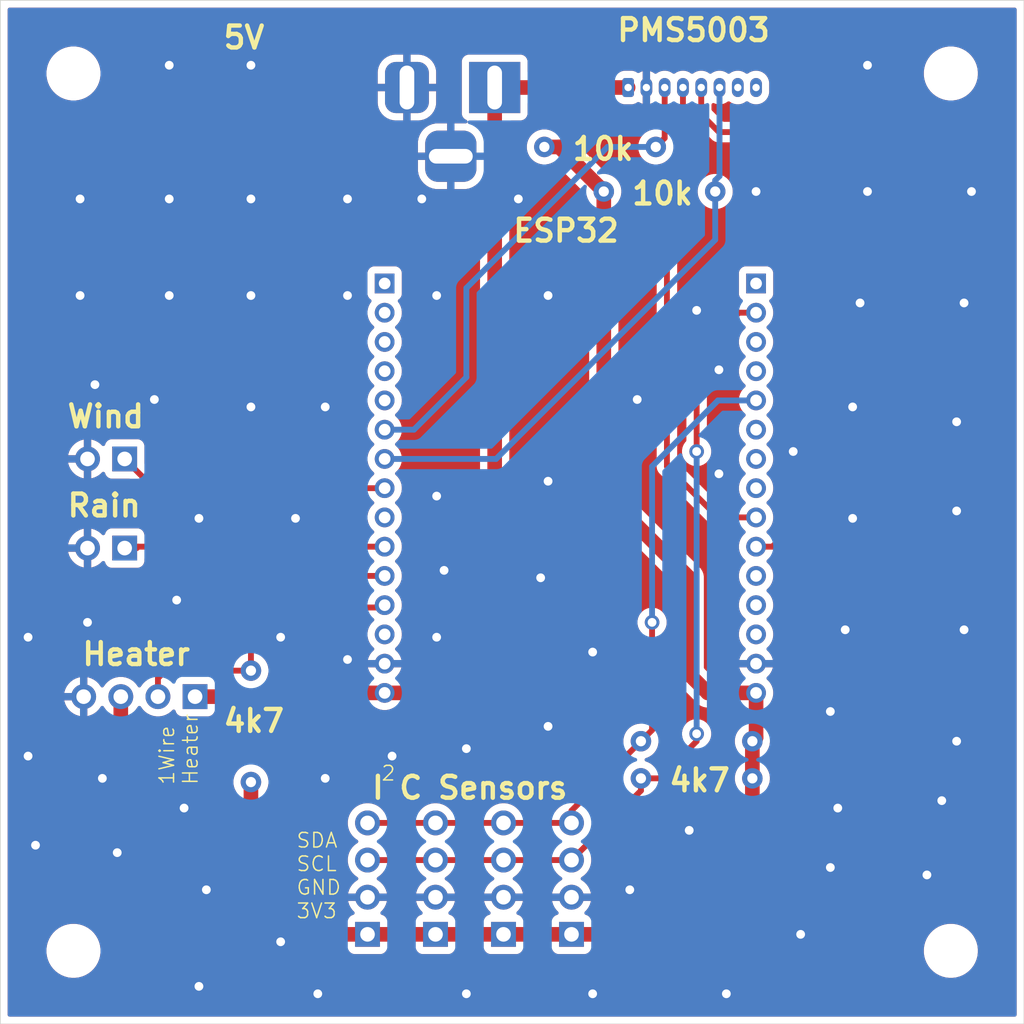
<source format=kicad_pcb>
(kicad_pcb (version 20241229) (generator "pcbnew") (generator_version "9.0")
  (layers (0 "F.Cu" signal) (2 "B.Cu" signal) (13 "F.Paste" user) (15 "B.Paste" user) (5 "F.SilkS" user "F.Silkscreen") (7 "B.SilkS" user "B.Silkscreen") (1 "F.Mask" user) (3 "B.Mask" user) (25 "Edge.Cuts" user))
  (net 0 "")
  (net 1 "Net-(J11-Pin_1)")
  (net 2 "GND")
  (net 3 "/D12")
  (net 4 "/D25")
  (net 5 "/VP")
  (net 6 "+5V")
  (net 7 "/D27")
  (net 8 "/D35")
  (net 9 "/D14")
  (net 10 "/D34")
  (net 11 "/D26")
  (net 12 "/VN")
  (net 13 "/EN")
  (net 14 "/D33")
  (net 15 "/D13")
  (net 16 "/D32")
  (net 17 "/RX2")
  (net 18 "/D15")
  (net 19 "/D21")
  (net 20 "/D22")
  (net 21 "/D23")
  (net 22 "+3.3V")
  (net 23 "/D19")
  (net 24 "/RX0")
  (net 25 "/D2")
  (net 26 "/D18")
  (net 27 "/TX0")
  (net 28 "/D4")
  (net 29 "/TX2")
  (net 30 "/D5")
  (footprint "Connector_PinHeader_2.54mm:PinHeader_1x02_P2.54mm_Vertical" (layer "F.Cu") (at 63.5 86.36 -90)
    (property "Reference" "J9" (hide yes))
    (property "Value" "Conn_01x02_Socket" (hide yes))
    (pad "1" thru_hole rect (at 0 0 270) (size 1.7 1.7) (drill 1) (layers "*.Cu" "*.Mask") (net 4 "/D25"))
    (pad "2" thru_hole oval (at 0 2.54 270) (size 1.7 1.7) (drill 1) (layers "*.Cu" "*.Mask") (net 2 "GND"))
  )
  (footprint "Connector_PinHeader_2.54mm:PinHeader_1x04_P2.54mm_Vertical" (layer "F.Cu") (at 80.108 118.872 180)
    (property "Reference" "J8" (hide yes))
    (property "Value" "Conn_01x04_Socket" (hide yes))
    (pad "1" thru_hole rect (at 0 0 180) (size 1.7 1.7) (drill 1) (layers "*.Cu" "*.Mask") (net 22 "+3.3V"))
    (pad "2" thru_hole oval (at 0 2.54 180) (size 1.7 1.7) (drill 1) (layers "*.Cu" "*.Mask") (net 2 "GND"))
    (pad "3" thru_hole oval (at 0 5.08 180) (size 1.7 1.7) (drill 1) (layers "*.Cu" "*.Mask") (net 20 "/D22"))
    (pad "4" thru_hole oval (at 0 7.62 180) (size 1.7 1.7) (drill 1) (layers "*.Cu" "*.Mask") (net 19 "/D21"))
  )
  (footprint "Resistor_THT:R_Axial_DIN0204_L3.6mm_D1.6mm_P7.62mm_Horizontal" (layer "F.Cu") (at 106.426 105.664 180)
    (property "Reference" "R4" (hide yes))
    (property "Value" "4k7" (hide yes))
    (pad "1" thru_hole circle (at 0 0 180) (size 1.4 1.4) (drill 0.7) (layers "*.Cu" "*.Mask") (net 22 "+3.3V"))
    (pad "2" thru_hole oval (at 7.62 0 180) (size 1.4 1.4) (drill 0.7) (layers "*.Cu" "*.Mask") (net 19 "/D21"))
  )
  (footprint "Connector_PinHeader_2.00mm:PinHeader_1x15_P2.00mm_Vertical" (layer "F.Cu") (at 81.28 74.36)
    (property "Reference" "J1" (hide yes))
    (property "Value" "Conn_01x15_Socket" (hide yes))
    (pad "1" thru_hole rect (at 0 0) (size 1.35 1.35) (drill 0.8) (layers "*.Cu" "*.Mask") (net 13 "/EN"))
    (pad "2" thru_hole oval (at 0 2) (size 1.35 1.35) (drill 0.8) (layers "*.Cu" "*.Mask") (net 5 "/VP"))
    (pad "3" thru_hole oval (at 0 4) (size 1.35 1.35) (drill 0.8) (layers "*.Cu" "*.Mask") (net 12 "/VN"))
    (pad "4" thru_hole oval (at 0 6) (size 1.35 1.35) (drill 0.8) (layers "*.Cu" "*.Mask") (net 10 "/D34"))
    (pad "5" thru_hole oval (at 0 8) (size 1.35 1.35) (drill 0.8) (layers "*.Cu" "*.Mask") (net 8 "/D35"))
    (pad "6" thru_hole oval (at 0 10) (size 1.35 1.35) (drill 0.8) (layers "*.Cu" "*.Mask") (net 16 "/D32"))
    (pad "7" thru_hole oval (at 0 12) (size 1.35 1.35) (drill 0.8) (layers "*.Cu" "*.Mask") (net 14 "/D33"))
    (pad "8" thru_hole oval (at 0 14) (size 1.35 1.35) (drill 0.8) (layers "*.Cu" "*.Mask") (net 4 "/D25"))
    (pad "9" thru_hole oval (at 0 16) (size 1.35 1.35) (drill 0.8) (layers "*.Cu" "*.Mask") (net 11 "/D26"))
    (pad "10" thru_hole oval (at 0 18) (size 1.35 1.35) (drill 0.8) (layers "*.Cu" "*.Mask") (net 7 "/D27"))
    (pad "11" thru_hole oval (at 0 20) (size 1.35 1.35) (drill 0.8) (layers "*.Cu" "*.Mask") (net 9 "/D14"))
    (pad "12" thru_hole oval (at 0 22) (size 1.35 1.35) (drill 0.8) (layers "*.Cu" "*.Mask") (net 3 "/D12"))
    (pad "13" thru_hole oval (at 0 24) (size 1.35 1.35) (drill 0.8) (layers "*.Cu" "*.Mask") (net 15 "/D13"))
    (pad "14" thru_hole oval (at 0 26) (size 1.35 1.35) (drill 0.8) (layers "*.Cu" "*.Mask") (net 2 "GND"))
    (pad "15" thru_hole oval (at 0 28) (size 1.35 1.35) (drill 0.8) (layers "*.Cu" "*.Mask") (net 6 "+5V"))
  )
  (footprint "MountingHole:MountingHole_3.2mm_M3" (layer "F.Cu") (at 60 60)
    (property "Reference" "H1" (hide yes))
    (property "Value" "MountingHole" (hide yes))
    (pad "" np_thru_hole circle (at 0 0) (size 3.2 3.2) (drill 3.2) (layers "*.Cu" "*.Mask"))
  )
  (footprint "Resistor_THT:R_Axial_DIN0204_L3.6mm_D1.6mm_P7.62mm_Horizontal" (layer "F.Cu") (at 72.136 108.458 90)
    (property "Reference" "R5" (hide yes))
    (property "Value" "4k7" (hide yes))
    (pad "1" thru_hole circle (at 0 0 90) (size 1.4 1.4) (drill 0.7) (layers "*.Cu" "*.Mask") (net 22 "+3.3V"))
    (pad "2" thru_hole oval (at 7.62 0 90) (size 1.4 1.4) (drill 0.7) (layers "*.Cu" "*.Mask") (net 9 "/D14"))
  )
  (footprint "MountingHole:MountingHole_3.2mm_M3" (layer "F.Cu") (at 60 120)
    (property "Reference" "H4" (hide yes))
    (property "Value" "MountingHole" (hide yes))
    (pad "" np_thru_hole circle (at 0 0) (size 3.2 3.2) (drill 3.2) (layers "*.Cu" "*.Mask"))
  )
  (footprint "Resistor_THT:R_Axial_DIN0204_L3.6mm_D1.6mm_P7.62mm_Horizontal" (layer "F.Cu") (at 96.266 68.072)
    (property "Reference" "R2" (hide yes))
    (property "Value" "10k" (hide yes))
    (pad "1" thru_hole circle (at 0 0) (size 1.4 1.4) (drill 0.7) (layers "*.Cu" "*.Mask") (net 22 "+3.3V"))
    (pad "2" thru_hole oval (at 7.62 0) (size 1.4 1.4) (drill 0.7) (layers "*.Cu" "*.Mask") (net 14 "/D33"))
  )
  (footprint "Resistor_THT:R_Axial_DIN0204_L3.6mm_D1.6mm_P7.62mm_Horizontal" (layer "F.Cu") (at 92.202 65.024)
    (property "Reference" "R1" (hide yes))
    (property "Value" "10k" (hide yes))
    (pad "1" thru_hole circle (at 0 0) (size 1.4 1.4) (drill 0.7) (layers "*.Cu" "*.Mask") (net 22 "+3.3V"))
    (pad "2" thru_hole oval (at 7.62 0) (size 1.4 1.4) (drill 0.7) (layers "*.Cu" "*.Mask") (net 16 "/D32"))
  )
  (footprint "Connector_Molex:Molex_PicoBlade_53047-0810_1x08_P1.25mm_Vertical" (layer "F.Cu") (at 97.93 60.96)
    (property "Reference" "J4" (hide yes))
    (property "Value" "Conn_01x08_Socket" (hide yes))
    (pad "1" thru_hole roundrect (at 0 0) (size 0.8 1.3) (drill 0.5) (layers "*.Cu" "*.Mask") (net 6 "+5V"))
    (pad "2" thru_hole oval (at 1.25 0) (size 0.8 1.3) (drill 0.5) (layers "*.Cu" "*.Mask") (net 2 "GND"))
    (pad "3" thru_hole oval (at 2.5 0) (size 0.8 1.3) (drill 0.5) (layers "*.Cu" "*.Mask") (net 16 "/D32"))
    (pad "4" thru_hole oval (at 3.75 0) (size 0.8 1.3) (drill 0.5) (layers "*.Cu" "*.Mask") (net 29 "/TX2"))
    (pad "5" thru_hole oval (at 5 0) (size 0.8 1.3) (drill 0.5) (layers "*.Cu" "*.Mask") (net 17 "/RX2"))
    (pad "6" thru_hole oval (at 6.25 0) (size 0.8 1.3) (drill 0.5) (layers "*.Cu" "*.Mask") (net 14 "/D33"))
    (pad "7" thru_hole oval (at 7.5 0) (size 0.8 1.3) (drill 0.5) (layers "*.Cu" "*.Mask"))
    (pad "8" thru_hole oval (at 8.75 0) (size 0.8 1.3) (drill 0.5) (layers "*.Cu" "*.Mask"))
  )
  (footprint "Connector_PinHeader_2.54mm:PinHeader_1x04_P2.54mm_Vertical" (layer "F.Cu") (at 84.758 118.872 180)
    (property "Reference" "J7" (hide yes))
    (property "Value" "Conn_01x04_Socket" (hide yes))
    (pad "1" thru_hole rect (at 0 0 180) (size 1.7 1.7) (drill 1) (layers "*.Cu" "*.Mask") (net 22 "+3.3V"))
    (pad "2" thru_hole oval (at 0 2.54 180) (size 1.7 1.7) (drill 1) (layers "*.Cu" "*.Mask") (net 2 "GND"))
    (pad "3" thru_hole oval (at 0 5.08 180) (size 1.7 1.7) (drill 1) (layers "*.Cu" "*.Mask") (net 20 "/D22"))
    (pad "4" thru_hole oval (at 0 7.62 180) (size 1.7 1.7) (drill 1) (layers "*.Cu" "*.Mask") (net 19 "/D21"))
  )
  (footprint "Package_TO_SOT_SMD:SOT-23" (layer "F.Cu") (at 76.708 97.4575 -90)
    (property "Reference" "Q1" (hide yes))
    (property "Value" "2N7002" (hide yes))
    (pad "1" smd roundrect (at -0.9375 -0.95 270) (size 1.475 0.6) (layers "F.Cu" "F.Mask" "F.Paste") (net 3 "/D12"))
    (pad "2" smd roundrect (at -0.9375 0.95 270) (size 1.475 0.6) (layers "F.Cu" "F.Mask" "F.Paste") (net 2 "GND"))
    (pad "3" smd roundrect (at 0.9375 0 270) (size 1.475 0.6) (layers "F.Cu" "F.Mask" "F.Paste") (net 1 "Net-(J11-Pin_1)"))
  )
  (footprint "Connector_PinHeader_2.54mm:PinHeader_1x04_P2.54mm_Vertical" (layer "F.Cu") (at 94.058 118.872 180)
    (property "Reference" "J5" (hide yes))
    (property "Value" "Conn_01x04_Socket" (hide yes))
    (pad "1" thru_hole rect (at 0 0 180) (size 1.7 1.7) (drill 1) (layers "*.Cu" "*.Mask") (net 22 "+3.3V"))
    (pad "2" thru_hole oval (at 0 2.54 180) (size 1.7 1.7) (drill 1) (layers "*.Cu" "*.Mask") (net 2 "GND"))
    (pad "3" thru_hole oval (at 0 5.08 180) (size 1.7 1.7) (drill 1) (layers "*.Cu" "*.Mask") (net 20 "/D22"))
    (pad "4" thru_hole oval (at 0 7.62 180) (size 1.7 1.7) (drill 1) (layers "*.Cu" "*.Mask") (net 19 "/D21"))
  )
  (footprint "MountingHole:MountingHole_3.2mm_M3" (layer "F.Cu") (at 120 60)
    (property "Reference" "H2" (hide yes))
    (property "Value" "MountingHole" (hide yes))
    (pad "" np_thru_hole circle (at 0 0) (size 3.2 3.2) (drill 3.2) (layers "*.Cu" "*.Mask"))
  )
  (footprint "Connector_PinHeader_2.00mm:PinHeader_1x15_P2.00mm_Vertical" (layer "F.Cu") (at 106.68 74.36)
    (property "Reference" "J2" (hide yes))
    (property "Value" "Conn_01x15_Socket" (hide yes))
    (pad "1" thru_hole rect (at 0 0) (size 1.35 1.35) (drill 0.8) (layers "*.Cu" "*.Mask") (net 21 "/D23"))
    (pad "2" thru_hole oval (at 0 2) (size 1.35 1.35) (drill 0.8) (layers "*.Cu" "*.Mask") (net 20 "/D22"))
    (pad "3" thru_hole oval (at 0 4) (size 1.35 1.35) (drill 0.8) (layers "*.Cu" "*.Mask") (net 27 "/TX0"))
    (pad "4" thru_hole oval (at 0 6) (size 1.35 1.35) (drill 0.8) (layers "*.Cu" "*.Mask") (net 24 "/RX0"))
    (pad "5" thru_hole oval (at 0 8) (size 1.35 1.35) (drill 0.8) (layers "*.Cu" "*.Mask") (net 19 "/D21"))
    (pad "6" thru_hole oval (at 0 10) (size 1.35 1.35) (drill 0.8) (layers "*.Cu" "*.Mask") (net 23 "/D19"))
    (pad "7" thru_hole oval (at 0 12) (size 1.35 1.35) (drill 0.8) (layers "*.Cu" "*.Mask") (net 26 "/D18"))
    (pad "8" thru_hole oval (at 0 14) (size 1.35 1.35) (drill 0.8) (layers "*.Cu" "*.Mask") (net 30 "/D5"))
    (pad "9" thru_hole oval (at 0 16) (size 1.35 1.35) (drill 0.8) (layers "*.Cu" "*.Mask") (net 29 "/TX2"))
    (pad "10" thru_hole oval (at 0 18) (size 1.35 1.35) (drill 0.8) (layers "*.Cu" "*.Mask") (net 17 "/RX2"))
    (pad "11" thru_hole oval (at 0 20) (size 1.35 1.35) (drill 0.8) (layers "*.Cu" "*.Mask") (net 28 "/D4"))
    (pad "12" thru_hole oval (at 0 22) (size 1.35 1.35) (drill 0.8) (layers "*.Cu" "*.Mask") (net 25 "/D2"))
    (pad "13" thru_hole oval (at 0 24) (size 1.35 1.35) (drill 0.8) (layers "*.Cu" "*.Mask") (net 18 "/D15"))
    (pad "14" thru_hole oval (at 0 26) (size 1.35 1.35) (drill 0.8) (layers "*.Cu" "*.Mask") (net 2 "GND"))
    (pad "15" thru_hole oval (at 0 28) (size 1.35 1.35) (drill 0.8) (layers "*.Cu" "*.Mask") (net 22 "+3.3V"))
  )
  (footprint "Connector_BarrelJack:BarrelJack_Horizontal" (layer "F.Cu") (at 88.804 60.96)
    (property "Reference" "J3" (hide yes))
    (property "Value" "Barrel_Jack_Switch_Pin3Ring" (hide yes))
    (pad "1" thru_hole rect (at 0 0) (size 3.5 3.5) (drill oval 1 3) (layers "*.Cu" "*.Mask") (net 6 "+5V"))
    (pad "2" thru_hole roundrect (at -6 0) (size 3 3.5) (drill oval 1 3) (layers "*.Cu" "*.Mask") (net 2 "GND"))
    (pad "3" thru_hole roundrect (at -3 4.7) (size 3.5 3.5) (drill oval 3 1) (layers "*.Cu" "*.Mask") (net 2 "GND"))
  )
  (footprint "Resistor_THT:R_Axial_DIN0204_L3.6mm_D1.6mm_P7.62mm_Horizontal" (layer "F.Cu") (at 106.426 108.204 180)
    (property "Reference" "R3" (hide yes))
    (property "Value" "4k7" (hide yes))
    (pad "1" thru_hole circle (at 0 0 180) (size 1.4 1.4) (drill 0.7) (layers "*.Cu" "*.Mask") (net 22 "+3.3V"))
    (pad "2" thru_hole oval (at 7.62 0 180) (size 1.4 1.4) (drill 0.7) (layers "*.Cu" "*.Mask") (net 20 "/D22"))
  )
  (footprint "Connector_PinHeader_2.54mm:PinHeader_1x04_P2.54mm_Vertical" (layer "F.Cu") (at 68.316 102.616 -90)
    (property "Reference" "J11" (hide yes))
    (property "Value" "Conn_01x04_Socket" (hide yes))
    (pad "1" thru_hole rect (at 0 0 270) (size 1.7 1.7) (drill 1) (layers "*.Cu" "*.Mask") (net 1 "Net-(J11-Pin_1)"))
    (pad "2" thru_hole oval (at 0 2.54 270) (size 1.7 1.7) (drill 1) (layers "*.Cu" "*.Mask") (net 9 "/D14"))
    (pad "3" thru_hole oval (at 0 5.08 270) (size 1.7 1.7) (drill 1) (layers "*.Cu" "*.Mask") (net 6 "+5V"))
    (pad "4" thru_hole oval (at 0 7.62 270) (size 1.7 1.7) (drill 1) (layers "*.Cu" "*.Mask") (net 2 "GND"))
  )
  (footprint "Connector_PinHeader_2.54mm:PinHeader_1x02_P2.54mm_Vertical" (layer "F.Cu") (at 63.5 92.456 -90)
    (property "Reference" "J10" (hide yes))
    (property "Value" "Conn_01x02_Socket" (hide yes))
    (pad "1" thru_hole rect (at 0 0 270) (size 1.7 1.7) (drill 1) (layers "*.Cu" "*.Mask") (net 7 "/D27"))
    (pad "2" thru_hole oval (at 0 2.54 270) (size 1.7 1.7) (drill 1) (layers "*.Cu" "*.Mask") (net 2 "GND"))
  )
  (footprint "MountingHole:MountingHole_3.2mm_M3" (layer "F.Cu") (at 120 120)
    (property "Reference" "H3" (hide yes))
    (property "Value" "MountingHole" (hide yes))
    (pad "" np_thru_hole circle (at 0 0) (size 3.2 3.2) (drill 3.2) (layers "*.Cu" "*.Mask"))
  )
  (footprint "Connector_PinHeader_2.54mm:PinHeader_1x04_P2.54mm_Vertical" (layer "F.Cu") (at 89.408 118.872 180)
    (property "Reference" "J6" (hide yes))
    (property "Value" "Conn_01x04_Socket" (hide yes))
    (pad "1" thru_hole rect (at 0 0 180) (size 1.7 1.7) (drill 1) (layers "*.Cu" "*.Mask") (net 22 "+3.3V"))
    (pad "2" thru_hole oval (at 0 2.54 180) (size 1.7 1.7) (drill 1) (layers "*.Cu" "*.Mask") (net 2 "GND"))
    (pad "3" thru_hole oval (at 0 5.08 180) (size 1.7 1.7) (drill 1) (layers "*.Cu" "*.Mask") (net 20 "/D22"))
    (pad "4" thru_hole oval (at 0 7.62 180) (size 1.7 1.7) (drill 1) (layers "*.Cu" "*.Mask") (net 19 "/D21"))
  )
  (gr_rect (start 55 55) (end 125 125) (stroke (width 0.05)) (fill no) (layer "Edge.Cuts"))
  (gr_text "10k" (at 98.044 69.088 0) (layer "F.SilkS") (effects (font (size 1.5 1.5) (thickness 0.3) (bold yes)) (justify left bottom)))
  (gr_text "2" (at 80.994431 108.440333 0) (layer "F.SilkS") (effects (font (size 1 1) (thickness 0.1)) (justify left bottom)))
  (gr_text "4k7" (at 100.584 109.22 0) (layer "F.SilkS") (effects (font (size 1.5 1.5) (thickness 0.3) (bold yes)) (justify left bottom)))
  (gr_text "I C Sensors" (at 80.264 109.728 0) (layer "F.SilkS") (effects (font (size 1.5 1.5) (thickness 0.3) (bold yes)) (justify left bottom)))
  (gr_text "Rain" (at 59.436 90.424 0) (layer "F.SilkS") (effects (font (size 1.5 1.5) (thickness 0.3) (bold yes)) (justify left bottom)))
  (gr_text "SDA\nSCL\nGND\n3V3" (at 75.184 117.856 0) (layer "F.SilkS") (effects (font (size 1 1) (thickness 0.1)) (justify left bottom)))
  (gr_text "ESP32" (at 89.916 71.628 0) (layer "F.SilkS") (effects (font (size 1.5 1.5) (thickness 0.3) (bold yes)) (justify left bottom)))
  (gr_text "5V" (at 70.104 58.42 0) (layer "F.SilkS") (effects (font (size 1.5 1.5) (thickness 0.3) (bold yes)) (justify left bottom)))
  (gr_text "Wind" (at 59.436 84.328 0) (layer "F.SilkS") (effects (font (size 1.5 1.5) (thickness 0.3) (bold yes)) (justify left bottom)))
  (gr_text "10k" (at 93.98 66.04 0) (layer "F.SilkS") (effects (font (size 1.5 1.5) (thickness 0.3) (bold yes)) (justify left bottom)))
  (gr_text "1Wire\nHeater" (at 68.58 108.712 90) (layer "F.SilkS") (effects (font (size 1 1) (thickness 0.1)) (justify left bottom)))
  (gr_text "PMS5003" (at 97.028 57.912 0) (layer "F.SilkS") (effects (font (size 1.5 1.5) (thickness 0.3) (bold yes)) (justify left bottom)))
  (gr_text "4k7" (at 70.104 105.156 0) (layer "F.SilkS") (effects (font (size 1.5 1.5) (thickness 0.3) (bold yes)) (justify left bottom)))
  (gr_text "Heater" (at 60.452 100.584 0) (layer "F.SilkS") (effects (font (size 1.5 1.5) (thickness 0.3) (bold yes)) (justify left bottom)))
  (segment (start 68.316 102.616) (end 74.676 102.616) (width 1) (layer "F.Cu") (net 1))
  (segment (start 74.676 102.616) (end 76.708 100.584) (width 1) (layer "F.Cu") (net 1))
  (segment (start 76.708 100.584) (end 76.708 98.395) (width 1) (layer "F.Cu") (net 1))
  (via (at 120.904 98.044) (size 1) (drill 0.6) (layers "F.Cu" "B.Cu") (net 2))
  (via (at 74.168 98.552) (size 1) (drill 0.6) (layers "F.Cu" "B.Cu") (net 2))
  (via (at 72.136 68.58) (size 1) (drill 0.6) (layers "F.Cu" "B.Cu") (net 2))
  (via (at 60.452 75.184) (size 1) (drill 0.6) (layers "F.Cu" "B.Cu") (net 2))
  (via (at 66.548 59.436) (size 1) (drill 0.6) (layers "F.Cu" "B.Cu") (net 2))
  (via (at 98.044 115.824) (size 1) (drill 0.6) (layers "F.Cu" "B.Cu") (net 2))
  (via (at 104.648 122.936) (size 1) (drill 0.6) (layers "F.Cu" "B.Cu") (net 2))
  (via (at 112.776 98.044) (size 1) (drill 0.6) (layers "F.Cu" "B.Cu") (net 2))
  (via (at 102.616 76.2) (size 1) (drill 0.6) (layers "F.Cu" "B.Cu") (net 2))
  (via (at 81.788 106.68) (size 1) (drill 0.6) (layers "F.Cu" "B.Cu") (net 2))
  (via (at 60.96 97.536) (size 1) (drill 0.6) (layers "F.Cu" "B.Cu") (net 2))
  (via (at 98.552 82.296) (size 1) (drill 0.6) (layers "F.Cu" "B.Cu") (net 2))
  (via (at 111.76 103.632) (size 1) (drill 0.6) (layers "F.Cu" "B.Cu") (net 2))
  (via (at 77.216 108.204) (size 1) (drill 0.6) (layers "F.Cu" "B.Cu") (net 2))
  (via (at 56.896 98.552) (size 1) (drill 0.6) (layers "F.Cu" "B.Cu") (net 2))
  (via (at 109.728 118.872) (size 1) (drill 0.6) (layers "F.Cu" "B.Cu") (net 2))
  (via (at 92.456 87.884) (size 1) (drill 0.6) (layers "F.Cu" "B.Cu") (net 2))
  (via (at 62.992 113.284) (size 1) (drill 0.6) (layers "F.Cu" "B.Cu") (net 2))
  (via (at 66.548 68.58) (size 1) (drill 0.6) (layers "F.Cu" "B.Cu") (net 2))
  (via (at 76.708 122.936) (size 1) (drill 0.6) (layers "F.Cu" "B.Cu") (net 2))
  (via (at 104.14 87.376) (size 1) (drill 0.6) (layers "F.Cu" "B.Cu") (net 2))
  (via (at 65.532 82.296) (size 1) (drill 0.6) (layers "F.Cu" "B.Cu") (net 2))
  (via (at 85.344 93.98) (size 1) (drill 0.6) (layers "F.Cu" "B.Cu") (net 2))
  (via (at 83.82 68.58) (size 1) (drill 0.6) (layers "F.Cu" "B.Cu") (net 2))
  (via (at 102.108 111.76) (size 1) (drill 0.6) (layers "F.Cu" "B.Cu") (net 2))
  (via (at 56.896 106.68) (size 1) (drill 0.6) (layers "F.Cu" "B.Cu") (net 2))
  (via (at 106.68 68.072) (size 1) (drill 0.6) (layers "F.Cu" "B.Cu") (net 2))
  (via (at 119.38 109.728) (size 1) (drill 0.6) (layers "F.Cu" "B.Cu") (net 2))
  (via (at 77.216 82.804) (size 1) (drill 0.6) (layers "F.Cu" "B.Cu") (net 2))
  (via (at 78.74 75.184) (size 1) (drill 0.6) (layers "F.Cu" "B.Cu") (net 2))
  (via (at 66.548 75.184) (size 1) (drill 0.6) (layers "F.Cu" "B.Cu") (net 2))
  (via (at 118.364 114.808) (size 1) (drill 0.6) (layers "F.Cu" "B.Cu") (net 2))
  (via (at 72.136 82.804) (size 1) (drill 0.6) (layers "F.Cu" "B.Cu") (net 2))
  (via (at 78.74 100.076) (size 1) (drill 0.6) (layers "F.Cu" "B.Cu") (net 2))
  (via (at 113.792 75.692) (size 1) (drill 0.6) (layers "F.Cu" "B.Cu") (net 2))
  (via (at 78.74 68.58) (size 1) (drill 0.6) (layers "F.Cu" "B.Cu") (net 2))
  (via (at 60.452 68.58) (size 1) (drill 0.6) (layers "F.Cu" "B.Cu") (net 2))
  (via (at 120.396 105.664) (size 1) (drill 0.6) (layers "F.Cu" "B.Cu") (net 2))
  (via (at 61.976 108.204) (size 1) (drill 0.6) (layers "F.Cu" "B.Cu") (net 2))
  (via (at 86.868 122.936) (size 1) (drill 0.6) (layers "F.Cu" "B.Cu") (net 2))
  (via (at 92.456 75.184) (size 1) (drill 0.6) (layers "F.Cu" "B.Cu") (net 2))
  (via (at 84.836 98.552) (size 1) (drill 0.6) (layers "F.Cu" "B.Cu") (net 2))
  (via (at 68.58 122.428) (size 1) (drill 0.6) (layers "F.Cu" "B.Cu") (net 2))
  (via (at 72.136 75.184) (size 1) (drill 0.6) (layers "F.Cu" "B.Cu") (net 2))
  (via (at 112.268 110.236) (size 1) (drill 0.6) (layers "F.Cu" "B.Cu") (net 2))
  (via (at 68.58 90.424) (size 1) (drill 0.6) (layers "F.Cu" "B.Cu") (net 2))
  (via (at 67.056 96.012) (size 1) (drill 0.6) (layers "F.Cu" "B.Cu") (net 2))
  (via (at 120.396 83.82) (size 1) (drill 0.6) (layers "F.Cu" "B.Cu") (net 2))
  (via (at 95.504 99.568) (size 1) (drill 0.6) (layers "F.Cu" "B.Cu") (net 2))
  (via (at 72.136 59.436) (size 1) (drill 0.6) (layers "F.Cu" "B.Cu") (net 2))
  (via (at 69.088 115.824) (size 1) (drill 0.6) (layers "F.Cu" "B.Cu") (net 2))
  (via (at 61.468 81.28) (size 1) (drill 0.6) (layers "F.Cu" "B.Cu") (net 2))
  (via (at 67.564 110.236) (size 1) (drill 0.6) (layers "F.Cu" "B.Cu") (net 2))
  (via (at 114.3 68.072) (size 1) (drill 0.6) (layers "F.Cu" "B.Cu") (net 2))
  (via (at 91.948 94.488) (size 1) (drill 0.6) (layers "F.Cu" "B.Cu") (net 2))
  (via (at 92.456 104.648) (size 1) (drill 0.6) (layers "F.Cu" "B.Cu") (net 2))
  (via (at 113.284 82.804) (size 1) (drill 0.6) (layers "F.Cu" "B.Cu") (net 2))
  (via (at 120.904 75.692) (size 1) (drill 0.6) (layers "F.Cu" "B.Cu") (net 2))
  (via (at 109.22 85.852) (size 1) (drill 0.6) (layers "F.Cu" "B.Cu") (net 2))
  (via (at 121.412 68.072) (size 1) (drill 0.6) (layers "F.Cu" "B.Cu") (net 2))
  (via (at 95.504 122.936) (size 1) (drill 0.6) (layers "F.Cu" "B.Cu") (net 2))
  (via (at 90.424 68.58) (size 1) (drill 0.6) (layers "F.Cu" "B.Cu") (net 2))
  (via (at 84.836 75.184) (size 1) (drill 0.6) (layers "F.Cu" "B.Cu") (net 2))
  (via (at 113.284 90.424) (size 1) (drill 0.6) (layers "F.Cu" "B.Cu") (net 2))
  (via (at 104.14 80.264) (size 1) (drill 0.6) (layers "F.Cu" "B.Cu") (net 2))
  (via (at 111.76 114.3) (size 1) (drill 0.6) (layers "F.Cu" "B.Cu") (net 2))
  (via (at 114.3 59.436) (size 1) (drill 0.6) (layers "F.Cu" "B.Cu") (net 2))
  (via (at 57.404 112.776) (size 1) (drill 0.6) (layers "F.Cu" "B.Cu") (net 2))
  (via (at 84.836 88.9) (size 1) (drill 0.6) (layers "F.Cu" "B.Cu") (net 2))
  (via (at 86.868 106.172) (size 1) (drill 0.6) (layers "F.Cu" "B.Cu") (net 2))
  (via (at 75.184 90.424) (size 1) (drill 0.6) (layers "F.Cu" "B.Cu") (net 2))
  (via (at 74.168 119.38) (size 1) (drill 0.6) (layers "F.Cu" "B.Cu") (net 2))
  (via (at 120.396 89.916) (size 1) (drill 0.6) (layers "F.Cu" "B.Cu") (net 2))
  (segment (start 77.658 96.52) (end 81.12 96.52) (width 0.4) (layer "F.Cu") (net 3))
  (segment (start 81.12 96.52) (end 81.28 96.36) (width 0.4) (layer "F.Cu") (net 3))
  (segment (start 81.28 88.36) (end 65.5 88.36) (width 0.4) (layer "F.Cu") (net 4))
  (segment (start 65.5 88.36) (end 63.5 86.36) (width 0.4) (layer "F.Cu") (net 4))
  (segment (start 65.024 106.172) (end 63.236 104.384) (width 1) (layer "F.Cu") (net 6))
  (segment (start 88.804 60.96) (end 97.93 60.96) (width 1) (layer "F.Cu") (net 6))
  (segment (start 85.6 102.36) (end 81.28 102.36) (width 1) (layer "F.Cu") (net 6))
  (segment (start 79.504 102.36) (end 75.692 106.172) (width 1) (layer "F.Cu") (net 6))
  (segment (start 75.692 106.172) (end 65.024 106.172) (width 1) (layer "F.Cu") (net 6))
  (segment (start 63.236 104.384) (end 63.236 102.616) (width 1) (layer "F.Cu") (net 6))
  (segment (start 81.28 102.36) (end 79.504 102.36) (width 1) (layer "F.Cu") (net 6))
  (segment (start 88.804 99.156) (end 85.6 102.36) (width 1) (layer "F.Cu") (net 6))
  (segment (start 88.804 60.96) (end 88.804 99.156) (width 1) (layer "F.Cu") (net 6))
  (segment (start 64.42 92.36) (end 64.324 92.456) (width 0.4) (layer "F.Cu") (net 7))
  (segment (start 64.324 92.456) (end 63.5 92.456) (width 0.4) (layer "F.Cu") (net 7))
  (segment (start 81.28 92.36) (end 64.42 92.36) (width 0.4) (layer "F.Cu") (net 7))
  (segment (start 65.776 101.356) (end 66.294 100.838) (width 0.4) (layer "F.Cu") (net 9))
  (segment (start 72.136 100.838) (end 72.136 96.52) (width 0.4) (layer "F.Cu") (net 9))
  (segment (start 65.776 102.616) (end 65.776 101.356) (width 0.4) (layer "F.Cu") (net 9))
  (segment (start 72.136 96.52) (end 74.296 94.36) (width 0.4) (layer "F.Cu") (net 9))
  (segment (start 66.294 100.838) (end 72.136 100.838) (width 0.4) (layer "F.Cu") (net 9))
  (segment (start 74.296 94.36) (end 81.28 94.36) (width 0.4) (layer "F.Cu") (net 9))
  (segment (start 103.886 68.072) (end 103.886 67.31) (width 0.4) (layer "B.Cu") (net 14))
  (segment (start 81.28 86.36) (end 88.9 86.36) (width 0.4) (layer "B.Cu") (net 14))
  (segment (start 88.9 86.36) (end 103.886 71.374) (width 0.4) (layer "B.Cu") (net 14))
  (segment (start 104.18 67.016) (end 104.18 60.96) (width 0.4) (layer "B.Cu") (net 14))
  (segment (start 103.886 71.374) (end 103.886 68.072) (width 0.4) (layer "B.Cu") (net 14))
  (segment (start 103.886 67.31) (end 104.18 67.016) (width 0.4) (layer "B.Cu") (net 14))
  (segment (start 100.43 60.96) (end 100.43 64.416) (width 0.4) (layer "F.Cu") (net 16))
  (segment (start 100.43 64.416) (end 99.822 65.024) (width 0.4) (layer "F.Cu") (net 16))
  (segment (start 83.28 84.36) (end 81.28 84.36) (width 0.4) (layer "B.Cu") (net 16))
  (segment (start 96.52 65.024) (end 86.868 74.676) (width 0.4) (layer "B.Cu") (net 16))
  (segment (start 86.868 80.772) (end 83.28 84.36) (width 0.4) (layer "B.Cu") (net 16))
  (segment (start 99.822 65.024) (end 96.52 65.024) (width 0.4) (layer "B.Cu") (net 16))
  (segment (start 86.868 74.676) (end 86.868 80.772) (width 0.4) (layer "B.Cu") (net 16))
  (segment (start 104.14 64.008) (end 105.664 64.008) (width 0.4) (layer "F.Cu") (net 17))
  (segment (start 110.236 68.58) (end 110.236 89.916) (width 0.4) (layer "F.Cu") (net 17))
  (segment (start 107.792 92.36) (end 106.68 92.36) (width 0.4) (layer "F.Cu") (net 17))
  (segment (start 105.664 64.008) (end 110.236 68.58) (width 0.4) (layer "F.Cu") (net 17))
  (segment (start 102.93 60.96) (end 102.93 62.798) (width 0.4) (layer "F.Cu") (net 17))
  (segment (start 102.93 62.798) (end 104.14 64.008) (width 0.4) (layer "F.Cu") (net 17))
  (segment (start 110.236 89.916) (end 107.792 92.36) (width 0.4) (layer "F.Cu") (net 17))
  (segment (start 94.058 110.412) (end 98.806 105.664) (width 0.4) (layer "F.Cu") (net 19))
  (segment (start 89.408 111.252) (end 94.058 111.252) (width 0.4) (layer "F.Cu") (net 19))
  (segment (start 99.568 104.902) (end 99.568 97.536) (width 0.4) (layer "F.Cu") (net 19))
  (segment (start 80.108 111.252) (end 84.758 111.252) (width 0.4) (layer "F.Cu") (net 19))
  (segment (start 94.058 111.252) (end 94.058 110.412) (width 0.4) (layer "F.Cu") (net 19))
  (segment (start 98.806 105.664) (end 99.568 104.902) (width 0.4) (layer "F.Cu") (net 19))
  (segment (start 84.758 111.252) (end 89.408 111.252) (width 0.4) (layer "F.Cu") (net 19))
  (via (at 99.568 97.536) (size 1) (drill 0.6) (layers "F.Cu" "B.Cu") (net 19))
  (segment (start 99.568 97.536) (end 99.568 86.868) (width 0.4) (layer "B.Cu") (net 19))
  (segment (start 99.568 86.868) (end 104.076 82.36) (width 0.4) (layer "B.Cu") (net 19))
  (segment (start 104.076 82.36) (end 106.68 82.36) (width 0.4) (layer "B.Cu") (net 19))
  (segment (start 100.076 108.204) (end 102.108 106.172) (width 0.4) (layer "F.Cu") (net 20))
  (segment (start 94.058 113.792) (end 98.806 109.044) (width 0.4) (layer "F.Cu") (net 20))
  (segment (start 84.758 113.792) (end 89.408 113.792) (width 0.4) (layer "F.Cu") (net 20))
  (segment (start 102.616 79.248) (end 105.504 76.36) (width 0.4) (layer "F.Cu") (net 20))
  (segment (start 80.108 113.792) (end 84.758 113.792) (width 0.4) (layer "F.Cu") (net 20))
  (segment (start 98.806 109.044) (end 98.806 108.204) (width 0.4) (layer "F.Cu") (net 20))
  (segment (start 105.504 76.36) (end 106.68 76.36) (width 0.4) (layer "F.Cu") (net 20))
  (segment (start 98.806 108.204) (end 100.076 108.204) (width 0.4) (layer "F.Cu") (net 20))
  (segment (start 102.108 106.172) (end 102.616 105.664) (width 0.4) (layer "F.Cu") (net 20))
  (segment (start 102.616 105.664) (end 102.616 105.156) (width 0.4) (layer "F.Cu") (net 20))
  (segment (start 102.616 85.852) (end 102.616 79.248) (width 0.4) (layer "F.Cu") (net 20))
  (segment (start 89.408 113.792) (end 94.058 113.792) (width 0.4) (layer "F.Cu") (net 20))
  (via (at 102.616 85.852) (size 1) (drill 0.6) (layers "F.Cu" "B.Cu") (net 20))
  (via (at 102.616 105.156) (size 1) (drill 0.6) (layers "F.Cu" "B.Cu") (net 20))
  (segment (start 102.616 105.156) (end 102.616 85.852) (width 0.4) (layer "B.Cu") (net 20))
  (segment (start 106.68 105.41) (end 106.426 105.664) (width 1) (layer "F.Cu") (net 22))
  (segment (start 106.68 102.36) (end 106.68 105.41) (width 1) (layer "F.Cu") (net 22))
  (segment (start 80.108 118.872) (end 76.2 118.872) (width 1) (layer "F.Cu") (net 22))
  (segment (start 101.092 118.872) (end 94.058 118.872) (width 1) (layer "F.Cu") (net 22))
  (segment (start 76.2 118.872) (end 72.136 114.808) (width 1) (layer "F.Cu") (net 22))
  (segment (start 102.108 94.488) (end 102.108 101.092) (width 1) (layer "F.Cu") (net 22))
  (segment (start 89.408 118.872) (end 84.758 118.872) (width 1) (layer "F.Cu") (net 22))
  (segment (start 96.266 88.646) (end 102.108 94.488) (width 1) (layer "F.Cu") (net 22))
  (segment (start 106.426 105.664) (end 106.426 108.204) (width 1) (layer "F.Cu") (net 22))
  (segment (start 72.136 114.808) (end 72.136 108.458) (width 1) (layer "F.Cu") (net 22))
  (segment (start 84.758 118.872) (end 80.108 118.872) (width 1) (layer "F.Cu") (net 22))
  (segment (start 106.426 108.204) (end 106.426 113.538) (width 1) (layer "F.Cu") (net 22))
  (segment (start 106.426 113.538) (end 101.092 118.872) (width 1) (layer "F.Cu") (net 22))
  (segment (start 94.058 118.872) (end 89.408 118.872) (width 1) (layer "F.Cu") (net 22))
  (segment (start 93.218 65.024) (end 96.266 68.072) (width 1) (layer "F.Cu") (net 22))
  (segment (start 96.266 68.072) (end 96.266 88.646) (width 1) (layer "F.Cu") (net 22))
  (segment (start 92.202 65.024) (end 93.218 65.024) (width 1) (layer "F.Cu") (net 22))
  (segment (start 102.108 101.092) (end 103.376 102.36) (width 1) (layer "F.Cu") (net 22))
  (segment (start 103.376 102.36) (end 106.68 102.36) (width 1) (layer "F.Cu") (net 22))
  (segment (start 100.584 68.072) (end 101.68 66.976) (width 0.4) (layer "F.Cu") (net 29))
  (segment (start 104.076 90.36) (end 100.584 86.868) (width 0.4) (layer "F.Cu") (net 29))
  (segment (start 101.68 66.976) (end 101.68 60.96) (width 0.4) (layer "F.Cu") (net 29))
  (segment (start 106.68 90.36) (end 104.076 90.36) (width 0.4) (layer "F.Cu") (net 29))
  (segment (start 100.584 86.868) (end 100.584 68.072) (width 0.4) (layer "F.Cu") (net 29))
  (zone (net 2) (net_name "GND") (layer "F.Cu") (connect_pads (clearance 0.5)) (min_thickness 0.25) (fill yes (thermal_gap 0.5) (thermal_bridge_width 0.5))
    (polygon (pts (xy 55 55) (xy 125 55) (xy 125 125) (xy 55 125)))
  )
  (zone (net 2) (net_name "GND") (layer "B.Cu") (priority 1) (connect_pads (clearance 0.5)) (min_thickness 0.25) (fill yes (thermal_gap 0.5) (thermal_bridge_width 0.5))
    (polygon (pts (xy 55 55) (xy 125 55) (xy 125 125) (xy 55 125)))
  )
)
</source>
